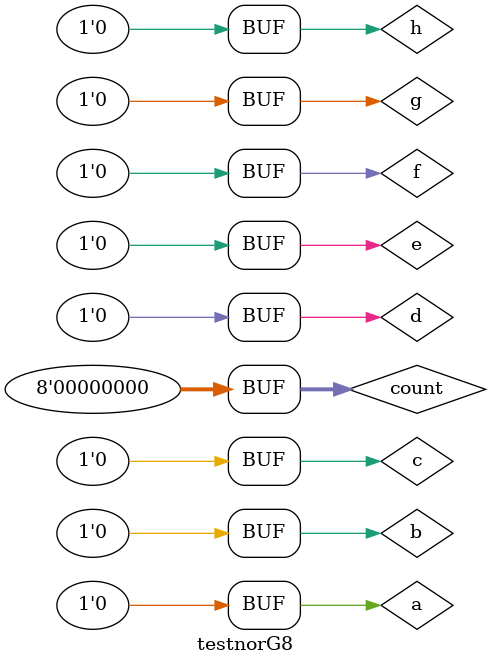
<source format=v>

module norG8(output s, input a, input b, input c, input d, input e, input f, input g, input h);
assign s = ~(a|b|c|d|e|f|g|h);

endmodule

module testnorG8;
reg [7:0]count;
reg a, b, c, d, e, f, g, h;
wire s;

norG8 NOR1(s, a, b, c, d,	e ,f ,g, h);

initial begin:start
count=0;
a=0;b=0;c=0;
d=0;e=0;f=0;
g=0;h=0;

end

initial begin

$display("~(a | b | c | d | e | f | g | h = s)");
$monitor("(%b | %b | %b | %b | %b | %b | %b | %b |= %b)", a, b, c, d, e, f, g, h, s);

count = 0; 

	repeat (255) begin
				count <= count + 1;
				#1 a<=count[7];b<=count[6];c<=count[5];d<=count[4];e<=count[3];f<=count[2];g<=count[1];h<=count[0];
				
	end

end

endmodule
</source>
